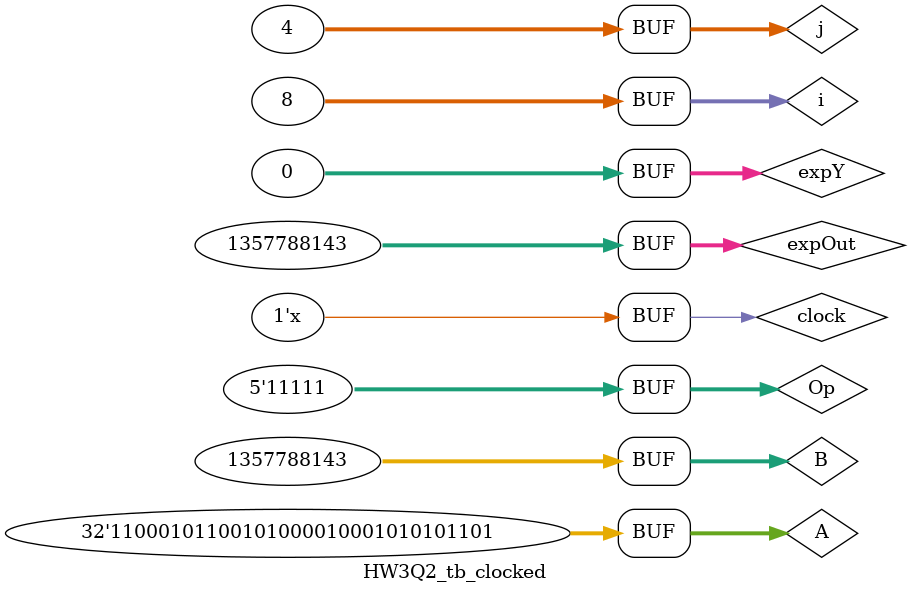
<source format=v>
`timescale 1 ns / 100 ps


//-------------------------------------------------------------------
//-- Testbench module
//----------------------------------------------------------------------
module HW3Q2_tb_clocked;    
//----------------------------------------------------------------------
//--- constant declarations
//----------------------------------------------------------------------
   localparam  TIME = 10; // defines the wait period.
//----------------------------------------------------------------------                                                                      
//-- signal declarations 
//----------------------------------------------------------------------
	reg [31:0] A;  				// A data input
	reg [31:0] B;  				// B data input
	reg [4:0] Op;  				// OpCode data input
	wire [31:0] Y;  				// Y data output
	reg clock;

	integer i, j;  				// define and initialize indexes.
	reg [31:0] expY, expOut;	// define expected Out and Y values
	wire correctness;				// Define a correctness integer 
	integer error_count;			// Define a error_count integer 
  
//----------------------------------------------------------------------
//-- Component instances
//----------------------------------------------------------------------
//-- instantiate the device under test
HW3Q2_clocked dut    // Device under Test  #(.TIME(10))
	( 
		// Inputs
		.A(A),
		.B(B),
		.Op(Op),
		.clk(clock),
		// Outputs
		.Y(Y)
	);  


//----------------------------------------------------------------------
//-- Test Process
//----------------------------------------------------------------------      

assign correctness = expY == Y ? 1 : 0;

initial
begin
// Begin by initializing all of the inputs to zero/high Z
	A = 32'b0;
	B = 32'b0;
	Op = 5'bZ;
	error_count = 0;
	clock = 1'b0;
	
	#5
	A = 32'hC59422AD; // Two randomly generated test numbers
	B = 32'h850EE33EF;
	
	for (i=0; i<8; i=i+1) begin // Loop through all upper level op code bits
		for (j=0; j<4; j=j+1) begin // Loop through all lower level op code bits
			Op = {i[2:0], j[1:0]}; // Build the opCode out of the indices
			#5
			case (i) // These two case statements build the expected output
				0	: expOut = A;
				1	: expOut = A+B;
				2	: expOut = A-B;
				3 	: expOut = A & B;
				4 	: expOut = A | B;
				5 	: expOut = A + 1;
				6 	: expOut = A - 1;
				7 	: expOut = B;

			endcase
			case (j)
				0	: expY = expOut;
				1 	: expY = expOut << 1;
				2 	: expY = expOut >> 1;
				3	: expY = 0;
			endcase
			#5;
			if(expY != Y) begin // Compare the result to the expected result
				error_count = error_count + 1; // Increment error if result doesn't match expected
			end
			#10;
		end
	end
end

always
	#10 clock = ~clock; // Clock signal
	

endmodule // of HW3Q2_tb;     


    
</source>
